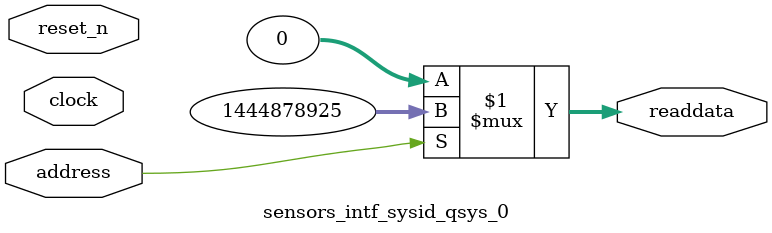
<source format=v>

`timescale 1ns / 1ps
// synthesis translate_on

// turn off superfluous verilog processor warnings 
// altera message_level Level1 
// altera message_off 10034 10035 10036 10037 10230 10240 10030 

module sensors_intf_sysid_qsys_0 (
               // inputs:
                address,
                clock,
                reset_n,

               // outputs:
                readdata
             )
;

  output  [ 31: 0] readdata;
  input            address;
  input            clock;
  input            reset_n;

  wire    [ 31: 0] readdata;
  //control_slave, which is an e_avalon_slave
  assign readdata = address ? 1444878925 : 0;

endmodule




</source>
